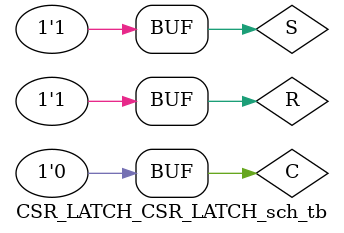
<source format=v>

`timescale 1ns / 1ps

module CSR_LATCH_CSR_LATCH_sch_tb();

// Inputs
   reg R;
   reg S;
   reg C;

// Output
   wire Qbar;
   wire Q;

// Bidirs

// Instantiate the UUT
   CSR_LATCH UUT (
		.Qbar(Qbar), 
		.Q(Q), 
		.R(R), 
		.S(S), 
		.C(C)
   );
// Initialize Inputs
 //  `ifdef auto_init
       	initial begin
	C=1;R=1;S=1; #50;
	R=1;S=0; #50;
	R=1;S=1; #50;
	R=0;S=1; #50;
	R=1;S=1; #50;
	R=0;S=0; #50;
	R=1;S=1; #50;	 
	C=0;R=1;S=1; #50;
	R=1;S=0; #50;
	R=1;S=1; #50;
	R=0;S=1; #50;
	R=1;S=1; #50;
	R=0;S=0; #50;
	R=1;S=1; #50;
	end
 //  `endif
endmodule

</source>
